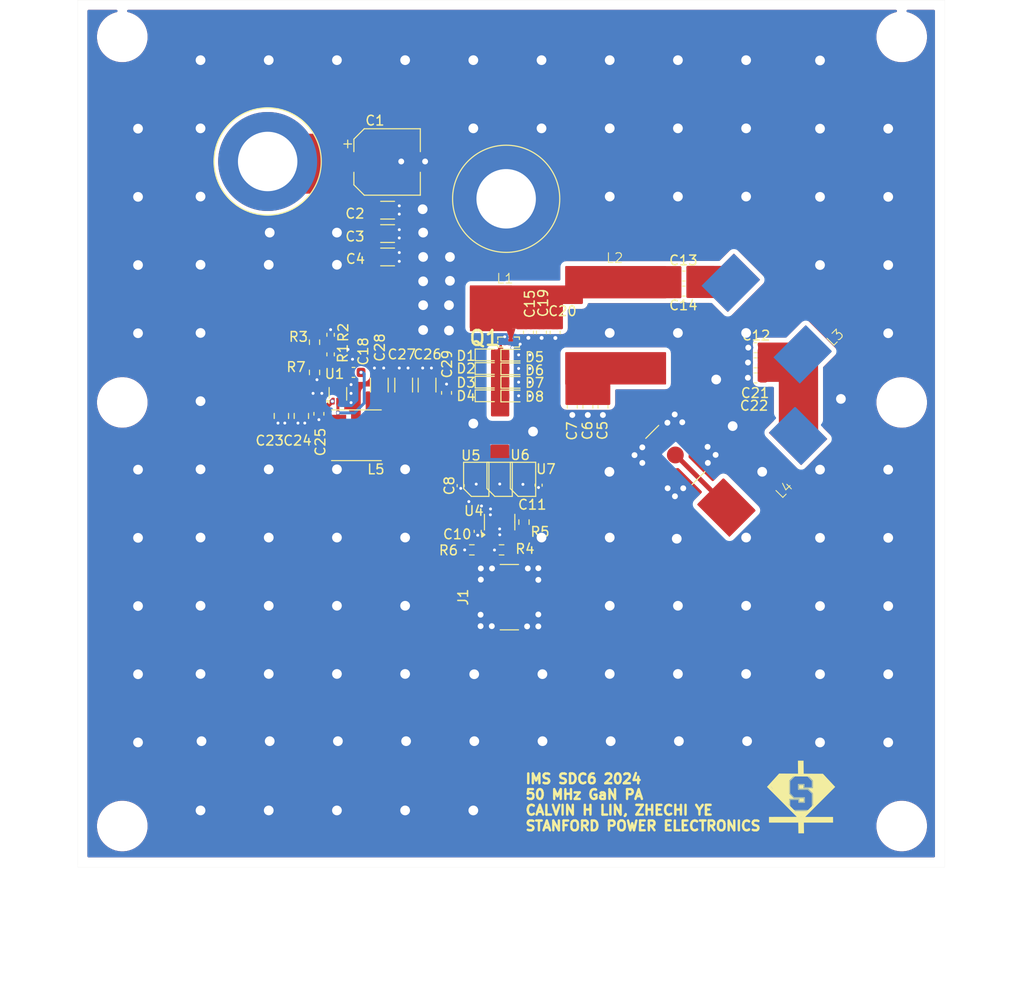
<source format=kicad_pcb>
(kicad_pcb (version 20240108) (generator "pcbnew") (generator_version "8.0")
  (layers (0 "F.Cu" signal) (31 "B.Cu" signal) (34 "B.Paste" user) (35 "F.Paste" user) (36 "B.SilkS" user "B.Silkscreen") (37 "F.SilkS" user "F.Silkscreen") (38 "B.Mask" user) (39 "F.Mask" user) (44 "Edge.Cuts" user))
  (net 0 "")
  (net 1 "GND")
  (net 2 "+12V")
  (net 3 "Net-(C5-Pad1)")
  (net 4 "+5V")
  (net 5 "Net-(C12-Pad1)")
  (net 6 "/D")
  (net 7 "Net-(C13-Pad2)")
  (net 8 "Net-(U1-BST)")
  (net 9 "Net-(U1-SW)")
  (net 10 "/RF_IN")
  (net 11 "/G")
  (net 12 "Net-(U1-EN)")
  (net 13 "Net-(U1-FB)")
  (net 14 "Net-(U4--IN)")
  (net 15 "/G1")
  (net 16 "/RF_OUT")
  (net 17 "Net-(U4-OUT)")
  (footprint "Coilcraft:L_Coilcraft_ZA9423" (layer "F.Cu") (at 36.97 31.64)
    (property "Reference" "L1")
    (property "Value" "25n")
  )
  (footprint "MountingHole:MountingHole_3.2mm_M3_DIN965" (layer "F.Cu") (at 4.59 84.78)
    (property "Reference" "REF**" (hide yes))
    (property "Value" "MountingHole_3.2mm_M3_DIN965")
  )
  (footprint "Capacitor_SMD:C_1206_3216Metric" (layer "F.Cu") (at 31.82 26.37)
    (property "Reference" "C4")
    (property "Value" "C_Small")
  )
  (footprint "Diode_SMD:D_SOD-523" (layer "F.Cu") (at 44.7125 40.64)
    (property "Reference" "D8")
    (property "Value" "SMS3922")
  )
  (footprint "Capacitor_SMD:C_1206_3216Metric" (layer "F.Cu") (at 31.82 21.57)
    (property "Reference" "C2")
    (property "Value" "C_Small")
  )
  (footprint "Connector_Coaxial:SMA_Amphenol_132134-10_Vertical" (layer "F.Cu") (at 61.355 46.695 135)
    (property "Reference" "J2" (hide yes))
    (property "Value" "RF_OUT")
  )
  (footprint "Package_TO_SOT_SMD:SOT-23-6" (layer "F.Cu") (at 43.32 53.585 90)
    (property "Reference" "U4")
    (property "Value" "TLV3501")
  )
  (footprint "Coilcraft:Coilcraft_1212VS" (layer "F.Cu") (at 55.23 33.38 -90)
    (property "Reference" "L2")
    (property "Value" "18n")
  )
  (footprint "Capacitor_SMD:C_0603_1608Metric" (layer "F.Cu") (at 47.61 34.11 -90)
    (property "Reference" "C19")
    (property "Value" "C")
  )
  (footprint "MountingHole:MountingHole_3.2mm_M3_DIN965" (layer "F.Cu") (at 84.59 84.78)
    (property "Reference" "REF**" (hide yes))
    (property "Value" "MountingHole_3.2mm_M3_DIN965")
  )
  (footprint "Coilcraft:Coilcraft_2014VS" (layer "F.Cu") (at 70.73 32.7 -45)
    (property "Reference" "L3")
    (property "Value" "81n")
  )
  (footprint "Capacitor_SMD:C_1206_3216Metric" (layer "F.Cu") (at 30.97 39.52 90)
    (property "Reference" "C28")
    (property "Value" "22u")
  )
  (footprint "Capacitor_SMD:C_0603_1608Metric" (layer "F.Cu") (at 49.02 34.11 -90)
    (property "Reference" "C20")
    (property "Value" "C")
  )
  (footprint "MountingHole:MountingHole_3.2mm_M3_DIN965" (layer "F.Cu") (at 4.59 3.78)
    (property "Reference" "REF**" (hide yes))
    (property "Value" "MountingHole_3.2mm_M3_DIN965")
  )
  (footprint "Connector:Banana_Jack_1Pin" (layer "F.Cu") (at 19.51 16.57)
    (property "Reference" "J5" (hide yes))
    (property "Value" "Conn_01x01_Pin" (hide yes))
  )
  (footprint "Resistor_SMD:R_0603_1608Metric" (layer "F.Cu") (at 24.32 38.22 -90)
    (property "Reference" "R7")
    (property "Value" "30k")
  )
  (footprint "MountingHole:MountingHole_3.2mm_M3_DIN965" (layer "F.Cu") (at 4.59 41.3)
    (property "Reference" "REF**" (hide yes))
    (property "Value" "MountingHole_3.2mm_M3_DIN965")
  )
  (footprint "Connector:Banana_Jack_1Pin" (layer "F.Cu") (at 43.99 20.4)
    (property "Reference" "J6" (hide yes))
    (property "Value" "Conn_01x01_Pin" (hide yes))
  )
  (footprint "Capacitor_SMD:C_0603_1608Metric" (layer "F.Cu") (at 69.59 35.685 180)
    (property "Reference" "C12")
    (property "Value" "C")
  )
  (footprint "Capacitor_SMD:C_1206_3216Metric" (layer "F.Cu") (at 35.87 39.52 90)
    (property "Reference" "C26")
    (property "Value" "22u")
  )
  (footprint "Capacitor_SMD:C_0603_1608Metric" (layer "F.Cu") (at 69.59 37.235 180)
    (property "Reference" "C21")
    (property "Value" "C")
  )
  (footprint "Capacitor_SMD:C_0805_2012Metric" (layer "F.Cu") (at 22.97 42.69 -90)
    (property "Reference" "C24")
    (property "Value" "10u")
  )
  (footprint "Capacitor_SMD:C_1206_3216Metric" (layer "F.Cu") (at 31.82 23.97)
    (property "Reference" "C3")
    (property "Value" "C_Small")
  )
  (footprint "pcbparts:nc7wz04_sc-88_SOIC-6" (layer "F.Cu") (at 40.92 49.195)
    (property "Reference" "U5")
    (property "Value" "NC7WZ16")
  )
  (footprint "EPC_FETs:D0221" (layer "F.Cu") (at 44.24 35.11)
    (property "Reference" "Q1")
    (property "Value" "EPC8010" (hide yes))
  )
  (footprint "Capacitor_SMD:C_0402_1005Metric" (layer "F.Cu") (at 41.07 54.535 -90)
    (property "Reference" "C10")
    (property "Value" "C_Small")
  )
  (footprint "Diode_SMD:D_SOD-523" (layer "F.Cu") (at 42.07 40.62)
    (property "Reference" "D4")
    (property "Value" "SMS3922")
  )
  (footprint "Diode_SMD:D_SOD-523" (layer "F.Cu") (at 42.07 39.22)
    (property "Reference" "D3")
    (property "Value" "SMS3922")
  )
  (footprint "Diode_SMD:D_SOD-523" (layer "F.Cu") (at 42.07 36.42)
    (property "Reference" "D1")
    (property "Value" "SMS3922")
  )
  (footprint "Diode_SMD:D_SOD-523" (layer "F.Cu") (at 44.7125 39.24)
    (property "Reference" "D7")
    (property "Value" "SMS3922")
  )
  (footprint "Capacitor_SMD:C_1206_3216Metric" (layer "F.Cu") (at 33.47 39.52 90)
    (property "Reference" "C27")
    (property "Value" "22u")
  )
  (footprint "Capacitor_SMD:C_0603_1608Metric" (layer "F.Cu") (at 46.28 34.11 -90)
    (property "Reference" "C15")
    (property "Value" "C")
  )
  (footprint "Logo:superlab_logo" (layer "F.Cu") (at 74.255 81.8)
    (property "Reference" "G***" (hide yes))
    (property "Value" "LOGO" (hide yes))
  )
  (footprint "Package_TO_SOT_SMD:SOT-563" (layer "F.Cu") (at 26.72 40.42 90)
    (property "Reference" "U1")
    (property "Value" "TPS563203")
  )
  (footprint "Diode_SMD:D_SOD-523" (layer "F.Cu") (at 42.07 37.82)
    (property "Reference" "D2")
    (property "Value" "SMS3922")
  )
  (footprint "Capacitor_SMD:C_0402_1005Metric" (layer "F.Cu") (at 39.32 49.845 90)
    (property "Reference" "C8")
    (property "Value" "C")
  )
  (footprint "Capacitor_SMD:C_0603_1608Metric" (layer "F.Cu") (at 50.78 41.755 -90)
    (property "Reference" "C7")
    (property "Value" "C")
  )
  (footprint "Capacitor_SMD:C_0603_1608Metric" (layer "F.Cu") (at 24.77 42.47 -90)
    (property "Reference" "C25")
    (property "Value" "100n")
  )
  (footprint "Resistor_SMD:R_0603_1608Metric" (layer "F.Cu") (at 40.47 56.435 180)
    (property "Reference" "R6")
    (property "Value" "SHORT")
  )
  (footprint "Diode_SMD:D_SOD-523" (layer "F.Cu") (at 44.71 36.45)
    (property "Reference" "D5")
    (property "Value" "SMS3922")
  )
  (footprint "MountingHole:MountingHole_3.2mm_M3_DIN965" (layer "F.Cu") (at 84.59 3.78)
    (property "Reference" "REF**" (hide yes))
    (property "Value" "MountingHole_3.2mm_M3_DIN965")
  )
  (footprint "Capacitor_SMD:C_0603_1608Metric" (layer "F.Cu") (at 53.93 41.755 -90)
    (property "Reference" "C5")
    (property "Value" "C")
  )
  (footprint "Resistor_SMD:R_0603_1608Metric" (layer "F.Cu") (at 24.32 35.12 -90)
    (property "Reference" "R3")
    (property "Value" "220k")
  )
  (footprint "Capacitor_SMD:C_0603_1608Metric" (layer "F.Cu") (at 62.23 28.33)
    (property "Reference" "C13")
    (property "Value" "C")
  )
  (footprint "MountingHole:MountingHole_3.2mm_M3_DIN965" (layer "F.Cu") (at 84.59 41.3)
    (property "Reference" "REF**" (hide yes))
    (property "Value" "MountingHole_3.2mm_M3_DIN965")
  )
  (footprint "Resistor_SMD:R_0603_1608Metric" (layer "F.Cu") (at 45.82 53.585 -90)
    (property "Reference" "R5")
    (property "Value" "OPEN")
  )
  (footprint "Connector_Coaxial:SMA_Amphenol_132134-10_Vertical" (layer "F.Cu") (at 44.32 61.29 90)
    (property "Reference" "J1")
    (property "Value" "RF_IN")
  )
  (footprint "Inductor_SMD:L_Taiyo-Yuden_MD-5050" (layer "F.Cu") (at 28.62 44.67)
    (property "Reference" "L5")
    (property "Value" "4.7u")
  )
  (footprint "Resistor_SMD:R_0603_1608Metric" (layer "F.Cu") (at 43.52 56.435)
    (property "Reference" "R4")
    (property "Value" "50")
  )
  (footprint "Capacitor_SMD:CP_Elec_6.3x7.7" (layer "F.Cu") (at 31.77 16.62)
    (property "Reference" "C1")
    (property "Value" "C_Small")
  )
  (footprint "Resistor_SMD:R_0402_1005Metric" (layer "F.Cu") (at 25.97 34.36 90)
    (property "Reference" "R2")
    (property "Value" "15k")
  )
  (footprint "Capacitor_SMD:C_0603_1608Metric" (layer "F.Cu") (at 37.87 40.32 90)
    (property "Reference" "C29")
    (property "Value" "100n")
  )
  (footprint "Coilcraft:Coilcraft_2014VS" (layer "F.Cu") (at 70.27 48.42 -135)
    (property "Reference" "L4")
    (property "Value" "133n")
  )
  (footprint "Diode_SMD:D_SOD-523" (layer "F.Cu") (at 44.7125 37.85)
    (property "Reference" "D6")
    (property "Value" "SMS3922")
  )
  (footprint "pcbparts:nc7wz04_sc-88_SOIC-6" (layer "F.Cu") (at 43.32 49.195)
    (property "Reference" "U6")
    (property "Value" "NC7WZ16")
  )
  (footprint "Capacitor_SMD:C_0603_1608Metric" (layer "F.Cu") (at 28.32 38.22 180)
    (property "Reference" "C18")
    (property "Value" "0.1u")
  )
  (footprint "Resistor_SMD:R_0402_1005Metric" (layer "F.Cu") (at 25.97 36.37 90)
    (property "Reference" "R1")
    (property "Value" "100k")
  )
  (footprint "Capacitor_SMD:C_0603_1608Metric" (layer "F.Cu") (at 62.23 29.88)
    (property "Reference" "C14")
    (property "Value" "C")
  )
  (footprint "Capacitor_SMD:C_0603_1608Metric" (layer "F.Cu") (at 52.38 41.755 -90)
    (property "Reference" "C6")
    (property "Value" "C")
  )
  (footprint "Capacitor_SMD:C_0402_1005Metric" (layer "F.Cu") (at 47.32 49.795 90)
    (property "Reference" "C11")
    (property "Value" "C")
  )
  (footprint "Capacitor_SMD:C_0805_2012Metric" (layer "F.Cu") (at 20.92 42.69 -90)
    (property "Reference" "C23")
    (property "Value" "10u")
  )
  (footprint "pcbparts:nc7wz04_sc-88_SOIC-6" (layer "F.Cu") (at 45.72 49.195)
    (property "Reference" "U7")
    (property "Value" "NC7WZ16")
  )
  (footprint "Capacitor_SMD:C_0603_1608Metric" (layer "F.Cu") (at 69.59 38.785 180)
    (property "Reference" "C22")
    (property "Value" "C")
  )
  (gr_rect (start 0.005 0) (end 89.005 89) (stroke (width 0.01)) (fill none) (layer "Edge.Cuts"))
  (gr_text "IMS SDC6 2024\n50 MHz GaN PA\nCALVIN H LIN, ZHECHI YE\nSTANFORD POWER ELECTRONICS" (at 45.855 85.35 0) (layer "F.SilkS") (effects (font (size 1 1) (thickness 0.25) (bold yes)) (justify left bottom)))
  (segment (start 26.95 40.34) (end 27.08 40.47) (width 0.25) (layer "F.Cu") (net 1))
  (segment (start 27.92 41.17) (end 28.07 41.32) (width 0.25) (layer "F.Cu") (net 1))
  (segment (start 45.05 35.31) (end 45.015 35.345) (width 0.2) (layer "F.Cu") (net 1))
  (segment (start 45.015 35.345) (end 44.49 35.345) (width 0.2) (layer "F.Cu") (net 1))
  (segment (start 43.84 34.56) (end 43.84 34.62) (width 0.2) (layer "F.Cu") (net 1))
  (segment (start 43.84 35.11) (end 43.84 34.56) (width 0.2) (layer "F.Cu") (net 1))
  (segment (start 27.22 41.17) (end 27.92 41.17) (width 0.25) (layer "F.Cu") (net 1))
  (segment (start 25.79 40.34) (end 26.95 40.34) (width 0.25) (layer "F.Cu") (net 1))
  (segment (start 44.04 35.31) (end 44.48 35.31) (width 0.2) (layer "F.Cu") (net 1))
  (segment (start 43.84 35.11) (end 44.04 35.31) (width 0.2) (layer "F.Cu") (net 1))
  (segment (start 45.04 34.91) (end 45.04 35.3) (width 0.2) (layer "F.Cu") (net 1))
  (segment (start 45.04 35.3) (end 45.05 35.31) (width 0.2) (layer "F.Cu") (net 1))
  (via (at 26.62 48.17) (size 1.5) (drill 1) (layers "F.Cu" "B.Cu") (net 1))
  (via (at 37.87 39.42) (size 0.6) (drill 0.3) (layers "F.Cu" "B.Cu") (net 1))
  (via (at 46.75 44.29) (size 1.5) (drill 1) (layers "F.Cu" "B.Cu") (net 1))
  (via (at 61.62 20.17) (size 1.5) (drill 1) (layers "F.Cu" "B.Cu") (net 1))
  (via (at 35.47 28.87) (size 1.5) (drill 1) (layers "F.Cu" "B.Cu") (net 1))
  (via (at 78.35 40.94) (size 1.5) (drill 1) (layers "F.Cu" "B.Cu") (net 1))
  (via (at 6.205 62.2) (size 1.5) (drill 1) (layers "F.Cu" "B.Cu") (net 1))
  (via (at 40.916409 49.686409) (size 0.4) (drill 0.3) (layers "F.Cu" "B.Cu") (net 1))
  (via (at 61.62 62.17) (size 1.5) (drill 1) (layers "F.Cu" "B.Cu") (net 1))
  (via (at 47.29 63.065) (size 1) (drill 0.6) (layers "F.Cu" "B.Cu") (net 1))
  (via (at 67.24 43.73) (size 1.5) (drill 1) (layers "F.Cu" "B.Cu") (net 1))
  (via (at 46.42 40.62) (size 0.4) (drill 0.3) (layers "F.Cu" "B.Cu") (net 1))
  (via (at 76.205 48.2) (size 1.5) (drill 1) (layers "F.Cu" "B.Cu") (net 1))
  (via (at 42.37 52.835) (size 0.4) (drill 0.3) (layers "F.Cu" "B.Cu") (net 1))
  (via (at 54.72 76.07) (size 1.5) (drill 1) (layers "F.Cu" "B.Cu") (net 1))
  (via (at 76.205 55.2) (size 1.5) (drill 1) (layers "F.Cu" "B.Cu") (net 1))
  (via (at 54.62 69.17) (size 1.5) (drill 1) (layers "F.Cu" "B.Cu") (net 1))
  (via (at 61.62 34.17) (size 1.5) (drill 1) (layers "F.Cu" "B.Cu") (net 1))
  (via (at 76.205 62.2) (size 1.5) (drill 1) (layers "F.Cu" "B.Cu") (net 1))
  (via (at 35.42 37.77) (size 0.6) (drill 0.3) (layers "F.Cu" "B.Cu") (net 1))
  (via (at 24.17 40.37) (size 0.6) (drill 0.3) (layers "F.Cu" "B.Cu") (net 1))
  (via (at 47.71 69.19) (size 1.5) (drill 1) (layers "F.Cu" "B.Cu") (net 1))
  (via (at 68.62 34.17) (size 1.5) (drill 1) (layers "F.Cu" "B.Cu") (net 1))
  (via (at 41.39 58.34) (size 1) (drill 0.6) (layers "F.Cu" "B.Cu") (net 1))
  (via (at 57.165 46.71) (size 1) (drill 0.6) (layers "F.Cu" "B.Cu") (net 1))
  (via (at 60.565 50.11) (size 1) (drill 0.6) (layers "F.Cu" "B.Cu") (net 1))
  (via (at 83.205 76.2) (size 1.5) (drill 1) (layers "F.Cu" "B.Cu") (net 1))
  (via (at 12.62 34.17) (size 1.5) (drill 1) (layers "F.Cu" "B.Cu") (net 1))
  (via (at 40.62 6.17) (size 1.5) (drill 1) (layers "F.Cu" "B.Cu") (net 1))
  (via (at 54.62 13.17) (size 1.5) (drill 1) (layers "F.Cu" "B.Cu") (net 1))
  (via (at 12.62 6.17) (size 1.5) (drill 1) (layers "F.Cu" "B.Cu") (net 1))
  (via (at 39.73 56.44) (size 0.6) (drill 0.3) (layers "F.Cu" "B.Cu") (net 1))
  (via (at 54.62 55.17) (size 1.5) (drill 1) (layers "F.Cu" "B.Cu") (net 1))
  (via (at 40.62 13.17) (size 1.5) (drill 1) (layers "F.Cu" "B.Cu") (net 1))
  (via (at 61.72 76.07) (size 1.5) (drill 1) (layers "F.Cu" "B.Cu") (net 1))
  (via (at 76.205 27.2) (size 1.5) (drill 1) (layers "F.Cu" "B.Cu") (net 1))
  (via (at 44.64 35.67) (size 0.4) (drill 0.3) (layers "F.Cu" "B.Cu") (net 1))
  (via (at 6.205 55.2) (size 1.5) (drill 1) (layers "F.Cu" "B.Cu") (net 1))
  (via (at 54.62 62.17) (size 1.5) (drill 1) (layers "F.Cu" "B.Cu") (net 1))
  (via (at 47.62 6.17) (size 1.5) (drill 1) (layers "F.Cu" "B.Cu") (net 1))
  (via (at 40.62 43.47) (size 1.5) (drill 1) (layers "F.Cu" "B.Cu") (net 1))
  (via (at 33.02 37.77) (size 0.6) (drill 0.3) (layers "F.Cu" "B.Cu") (net 1))
  (via (at 46.42 36.42) (size 0.4) (drill 0.3) (layers "F.Cu" "B.Cu") (net 1))
  (via (at 19.62 6.17) (size 1.5) (drill 1) (layers "F.Cu" "B.Cu") (net 1))
  (via (at 39.33 50.12) (size 0.4) (drill 0.3) (layers "F.Cu" "B.Cu") (net 1))
  (via (at 12.62 41.17) (size 1.5) (drill 1) (layers "F.Cu" "B.Cu") (net 1))
  (via (at 6.205 27.2) (size 1.5) (drill 1) (layers "F.Cu" "B.Cu") (net 1))
  (via (at 6.205 20.2) (size 1.5) (drill 1) (layers "F.Cu" "B.Cu") (net 1))
  (via (at 6.205 13.2) (size 1.5) (drill 1) (layers "F.Cu" "B.Cu") (net 1))
  (via (at 45.27 39.22) (size 0.4) (drill 0.3) (layers "F.Cu" "B.Cu") (net 1))
  (via (at 65.49 46.685) (size 1) (drill 0.6) (layers "F.Cu" "B.Cu") (net 1))
  (via (at 33.02 23.57) (size 0.6) (drill 0.3) (layers "F.Cu" "B.Cu") (net 1))
  (via (at 42.38379 52.235156) (size 0.4) (drill 0.3) (layers "F.Cu" "B.Cu") (net 1))
  (via (at 83.205 48.2) (size 1.5) (drill 1) (layers "F.Cu" "B.Cu") (net 1))
  (via (at 22.62 43.42) (size 0.6) (drill 0.3) (layers "F.Cu" "B.Cu") (net 1))
  (via (at 68.62 6.17) (size 1.5) (drill 1) (layers "F.Cu" "B.Cu") (net 1))
  (via (at 33.02 21.97) (size 0.6) (drill 0.3) (layers "F.Cu" "B.Cu") (net 1))
  (via (at 33.02 24.42) (size 0.6) (drill 0.3) (layers "F.Cu" "B.Cu") (net 1))
  (via (at 46.27 34.67) (size 0.8) (drill 0.4) (layers "F.Cu" "B.Cu") (net 1))
  (via (at 76.205 69.2) (size 1.5) (drill 1) (layers "F.Cu" "B.Cu") (net 1))
  (via (at 54.62 6.17) (size 1.5) (drill 1) (layers "F.Cu" "B.Cu") (net 1))
  (via (at 28.07 40.37) (size 0.6) (drill 0.3) (layers "F.Cu" "B.Cu") (net 1))
  (via (at 33.92 37.77) (size 0.6) (drill 0.3) (layers "F.Cu" "B.Cu") (net 1))
  (via (at 33.62 83.18) (size 1.5) (drill 1) (layers "F.Cu" "B.Cu") (net 1))
  (via (at 68.62 55.17) (size 1.5) (drill 1) (layers "F.Cu" "B.Cu") (net 1))
  (via (at 46.215 58.34) (size 1) (drill 0.6) (layers "F.Cu" "B.Cu") (net 1))
  (via (at 70.27 48.42) (size 1.5) (drill 1) (layers "F.Cu" "B.Cu") (net 1))
  (via (at 38.22 28.82) (size 1.5) (drill 1) (layers "F.Cu" "B.Cu") (net 1))
  (via (at 12.62 20.17) (size 1.5) (drill 1) (layers "F.Cu" "B.Cu") (net 1))
  (via (at 68.62 13.17) (size 1.5) (drill 1) (layers "F.Cu" "B.Cu") (net 1))
  (via (at 36.32 37.77) (size 0.6) (drill 0.3) (layers "F.Cu" "B.Cu") (net 1))
  (via (at 68.62 20.17) (size 1.5) (drill 1) (layers "F.Cu" "B.Cu") (net 1))
  (via (at 57.965 45.91) (size 1) (drill 0.6) (layers "F.Cu" "B.Cu") (net 1))
  (via (at 68.84 35.675) (size 1) (drill 0.6) (layers "F.Cu" "B.Cu") (net 1))
  (via (at 45.43 35.32) (size 0.4) (drill 0.3) (layers "F.Cu" "B.Cu") (net 1))
  (via (at 33.02 25.92) (size 0.6) (drill 0.3) (layers "F.Cu" "B.Cu") (net 1))
  (via (at 33.62 55.17) (size 1.5) (drill 1) (layers "F.Cu" "B.Cu") (net 1))
  (via (at 64.665 45.86) (size 1) (drill 0.6) (layers "F.Cu" "B.Cu") (net 1))
  (via (at 33.62 6.17) (size 1.5) (drill 1) (layers "F.Cu" "B.Cu") (net 1))
  (via (at 61.29 42.535) (size 1) (drill 0.6) (layers "F.Cu" "B.Cu") (net 1))
  (via (at 53.92 42.59) (size 1) (drill 0.6) (layers "F.Cu" "B.Cu") (net 1))
  (via (at 38.12 33.92) (size 1.5) (drill 1) (layers "F.Cu" "B.Cu") (net 1))
  (via (at 40.62 83.18) (size 1.5) (drill 1) (layers "F.Cu" "B.Cu") (net 1))
  (via (at 33.72 76.07) (size 1.5) (drill 1) (layers "F.Cu" "B.Cu") (net 1))
  (via (at 26.62 83.18) (size 1.5) (drill 1) (layers "F.Cu" "B.Cu") (net 1))
  (via (at 40.72 76.07) (size 1.5) (drill 1) (layers "F.Cu" "B.Cu") (net 1))
  (via (at 23.32 43.42) (size 0.6) (drill 0.3) (layers "F.Cu" "B.Cu") (net 1))
  (via (at 54.59 48.42) (size 1.5) (drill 1) (layers "F.Cu" "B.Cu") (net 1))
  (via (at 38.22 26.37) (size 1.5) (drill 1) (layers "F.Cu" "B.Cu") (net 1))
  (via (at 40.71 69.2) (size 1.5) (drill 1) (layers "F.Cu" "B.Cu") (net 1))
  (via (at 12.62 62.17) (size 1.5) (drill 1) (layers "F.Cu" "B.Cu") (net 1))
  (via (at 6.205 69.2) (size 1.5) (drill 1) (layers "F.Cu" "B.Cu") (net 1))
  (via (at 35.47 23.87) (size 1.5) (drill 1) (layers "F.Cu" "B.Cu") (net 1))
  (via (at 26.62 69.17) (size 1.5) (drill 1) (layers "F.Cu" "B.Cu") (net 1))
  (via (at 76.205 20.2) (size 1.5) (drill 1) (layers "F.Cu" "B.Cu") (net 1))
  (via (at 83.205 62.2) (size 1.5) (drill 1) (layers "F.Cu" "B.Cu") (net 1))
  (via (at 83.205 27.2) (size 1.5) (drill 1) (layers "F.Cu" "B.Cu") (net 1))
  (via (at 26.62 6.17) (size 1.5) (drill 1) (layers "F.Cu" "B.Cu") (net 1))
  (via (at 19.72 76.07) (size 1.5) (drill 1) (layers "F.Cu" "B.Cu") (net 1))
  (via (at 83.205 69.2) (size 1.5) (drill 1) (layers "F.Cu" "B.Cu") (net 1))
  (via (at 40.16 51.48) (size 0.4) (drill 0.3) (layers "F.Cu" "B.Cu") (net 1))
  (via (at 12.62 69.17) (size 1.5) (drill 1) (layers "F.Cu" "B.Cu") (net 1))
  (via (at 26.62 55.17) (size 1.5) (drill 1) (layers "F.Cu" "B.Cu") (net 1))
  (via (at 61.62 69.17) (size 1.5) (drill 1) (layers "F.Cu" "B.Cu") (net 1))
  (via (at 68.81 37.205) (size 1) (drill 0.6) (layers "F.Cu" "B.Cu") (net 1))
  (via (at 68.72 76.07) (size 1.5) (drill 1) (layers "F.Cu" "B.Cu") (net 1))
  (via (at 33.22 16.57) (size 1) (drill 0.6) (layers "F.Cu" "B.Cu") (net 1))
  (via (at 45.27 40.62) (size 0.4) (drill 0.3) (layers "F.Cu" "B.Cu") (net 1))
  (via (at 35.47 31.32) (size 1.5) (drill 1) (layers "F.Cu" "B.Cu") (net 1))
  (via (at 64.69 47.51) (size 1) (drill 0.6) (layers "F.Cu" "B.Cu") (net 1))
  (via (at 50.78 42.59) (size 1) (drill 0.6) (layers "F.Cu" "B.Cu") (net 1))
  (via (at 76.205 6.2) (size 1.5) (drill 1) (layers "F.Cu" "B.Cu") (net 1))
  (via (at 6.205 48.2) (size 1.5) (drill 1) (layers "F.Cu" "B.Cu") (net 1))
  (via (at 38.12 31.32) (size 1.5) (drill 1) (layers "F.Cu" "B.Cu") (net 1))
  (via (at 33.62 69.17) (size 1.5) (drill 1) (layers "F.Cu" "B.Cu") (net 1))
  (via (at 61.315 50.935) (size 1) (drill 0.6) (layers "F.Cu" "B.Cu") (net 1))
  (via (at 19.62 69.17) (size 1.5) (drill 1) (layers "F.Cu" "B.Cu") (net 1))
  (via (at 43.33348 54.884851) (size 0.4) (drill 0.3) (layers "F.Cu" "B.Cu") (net 1))
  (via (at 28.22 36.87) (size 0.6) (drill 0.3) (layers "F.Cu" "B.Cu") (net 1))
  (via (at 35.42 21.47) (size 1.5) (drill 1) (layers "F.Cu" "B.Cu") (net 1))
  (via (at 68.62 69.17) (size 1.5) (drill 1) (layers "F.Cu" "B.Cu") (net 1))
  (via (at 61.62 6.17) (size 1.5) (drill 1) (layers "F.Cu" "B.Cu") (net 1))
  (via (at 41.365 64.265) (size 1) (drill 0.6) (layers "F.Cu" "B.Cu") (net 1))
  (via (at 47.29 64.29) (size 1) (drill 0.6) (layers "F.Cu" "B.Cu") (net 1))
  (via (at 47.62 13.17) (size 1.5) (drill 1) (layers "F.Cu" "B.Cu") (net 1))
  (via (at 47.72 76.07) (size 1.5) (drill 1) (layers "F.Cu" "B.Cu") (net 1))
  (via (at 28.07 39.47) (size 0.6) (drill 0.3) (layers "F.Cu" "B.Cu") (net 1))
  (via (at 19.62 83.18) (size 1.5) (drill 1) (layers "F.Cu" "B.Cu") (net 1))
  (via (at 47.29 58.315) (size 1) (drill 0.6) (layers "F.Cu" "B.Cu") (net 1))
  (via (at 35.47 33.87) (size 1.5) (drill 1) (layers "F.Cu" "B.Cu") (net 1))
  (via (at 35.67 16.57) (size 1) (drill 0.6) (layers "F.Cu" "B.Cu") (net 1))
  (via (at 43.84 34.56) (size 0.4) (drill 0.3) (layers "F.Cu" "B.Cu") (net 1))
  (via (at 12.62 48.17) (size 1.5) (drill 1) (layers "F.Cu" "B.Cu") (net 1))
  (via (at 31.42 37.77) (size 0.6) (drill 0.3) (layers "F.Cu" "B.Cu") (net 1))
  (via (at 65.55 38.95) (size 1.5) (drill 1) (layers "F.Cu" "B.Cu") (net 1))
  (via (at 35.47 26.37) (size 1.5) (drill 1) (layers "F.Cu" "B.Cu") (net 1))
  (via (at 27.76 35.86) (size 0.6) (drill 0.3) (layers "F.Cu" "B.Cu") (net 1))
  (via (at 62.165 50.11) (size 1) (drill 0.6) (layers "F.Cu" "B.Cu") (net 1))
  (via (at 83.205 13.2) (size 1.5) (drill 1) (layers "F.Cu" "B.Cu") (net 1))
  (via (at 54.62 20.17) (size 1.5) (drill 1) (layers "F.Cu" "B.Cu") (net 1))
  (via (at 30.47 37.77) (size 0.6) (drill 0.3) (layers "F.Cu" "B.Cu") (net 1))
  (via (at 83.205 20.2) (size 1.5) (drill 1) (layers "F.Cu" "B.Cu") (net 1))
  (via (at 61.5 55.29) (size 1.5) (drill 1) (layers "F.Cu" "B.Cu") (net 1))
  (via (at 26.62 27.17) (size 1.5) (drill 1) (layers "F.Cu" "B.Cu") (net 1))
  (via (at 24.77 43.07) (size 0.6) (drill 0.3) (layers "F.Cu" "B.Cu") (net 1))
  (via (at 42.79 56.45) (size 0.6) (drill 0.3) (layers "F.Cu" "B.Cu") (net 1))
  (via (at 33.62 62.17) (size 1.5) (drill 1) (layers "F.Cu" "B.Cu") (net 1))
  (via (at 46.14 64.29) (size 1) (drill 0.6) (layers "F.Cu" "B.Cu") (net 1))
  (via (at 25.07 40.37) (size 0.6) (drill 0.3) (layers "F.Cu" "B.Cu") (net 1))
  (via (at 62.065 43.335) (size 1) (drill 0.6) (layers "F.Cu" "B.Cu") (net 1))
  (via (at 46.42 39.22) (size 0.4) (drill 0.3) (layers "F.Cu" "B.Cu") (net 1))
  (via (at 45.71 49.71) (size 0.4) (drill 0.3) (layers "F.Cu" "B.Cu") (net 1))
  (via (at 6.205 76.2) (size 1.5) (drill 1) (layers "F.Cu" "B.Cu") (net 1))
  (via (at 83.205 34.2) (size 1.5) (drill 1) (layers "F.Cu" "B.Cu") (net 1))
  (via (at 19.62 48.17) (size 1.5) (drill 1) (layers "F.Cu" "B.Cu") (net 1))
  (via (at 68.62 62.17) (size 1.5) (drill 1) (layers "F.Cu" "B.Cu") (net 1))
  (via (at 47.62 55.17) (size 1.5) (drill 1) (layers "F.Cu" "B.Cu") (net 1))
  (via (at 68.8 38.765) (size 1) (drill 0.6) (layers "F.Cu" "B.Cu") (net 1))
  (via (at 45.27 37.82) (size 0.4) (drill 0.3) (layers "F.Cu" "B.Cu") (net 1))
  (via (at 12.62 13.17) (size 1.5) (drill 1) (layers "F.Cu" "B.Cu") (net 1))
  (via (at 20.57 43.42) (size 0.6) (drill 0.3) (layers "F.Cu" "B.Cu") (net 1))
  (via (at 43.33 49.675) (size 0.4) (drill 0.3) (layers "F.Cu" "B.Cu") (net 1))
  (via (at 19.62 27.17) (size 1.5) (drill 1) (layers "F.Cu" "B.Cu") (net 1))
  (via (at 33.02 26.82) (size 0.6) (drill 0.3) (layers "F.Cu" "B.Cu") (net 1))
  (via (at 42.515 64.265) (size 1) (drill 0.6) (layers "F.Cu" "B.Cu") (net 1))
  (via (at 26.62 23.87) (size 1.5) (drill 1) (layers "F.Cu" "B.Cu") (net 1))
  (via (at 83.205 55.2) (size 1.5) (drill 1) (layers "F.Cu" "B.Cu") (net 1))
  (via (at 41.46 51.93) (size 0.4) (drill 0.3) (layers "F.Cu" "B.Cu") (net 1))
  (via (at 12.62 83.18) (size 1.5) (drill 1) (layers "F.Cu" "B.Cu") (net 1))
  (via (at 28.07 41.32) (size 0.6) (drill 0.3) (layers "F.Cu" "B.Cu") (net 1))
  (via (at 52.37 42.59) (size 1) (drill 0.6) (layers "F.Cu" "B.Cu") (net 1))
  (via (at 76.205 76.2) (size 1.5) (drill 1) (layers "F.Cu" "B.Cu") (net 1))
  (via (at 24.57 38.97) (size 0.4) (drill 0.3) (layers "F.Cu" "B.Cu") (net 1))
  (via (at 26.72 76.07) (size 1.5) (drill 1) (layers "F.Cu" "B.Cu") (net 1))
  (via (at 47.63 34.68) (size 0.8) (drill 0.4) (layers "F.Cu" "B.Cu") (net 1))
  (via (at 12.62 27.17) (size 1.5) (drill 1) (layers "F.Cu" "B.Cu") (net 1))
  (via (at 26.62 62.17) (size 1.5) (drill 1) (layers "F.Cu" "B.Cu") (net 1))
  (via (at 61.62 13.17) (size 1.5) (drill 1) (layers "F.Cu" "B.Cu") (net 1))
  (via (at 25.97 33.83) (size 0.6) (drill 0.3) (layers "F.Cu" "B.Cu") (net 1))
  (via (at 76.205 13.2) (size 1.5) (drill 1) (layers "F.Cu" "B.Cu") (net 1))
  (via (at 54.62 34.17) (size 1.5) (drill 1) (layers "F.Cu" "B.Cu") (net 1))
  (via (at 41.365 63.09) (size 1) (drill 0.6) (layers "F.Cu" "B.Cu") (net 1))
  (via (at 33.62 48.17) (size 1.5) (drill 1) (layers "F.Cu" "B.Cu") (net 1))
  (via (at 47.309513 50.035487) (size 0.4) (drill 0.3) (layers "F.Cu" "B.Cu") (net 1))
  (via (at 19.72 23.87) (size 1.5) (drill 1) (layers "F.Cu" "B.Cu") (net 1))
  (via (at 49.04 34.69) (size 0.8) (drill 0.4) (layers "F.Cu" "B.Cu") (net 1))
  (via (at 42.54 58.34) (size 1) (drill 0.6) (layers "F.Cu" "B.Cu") (net 1))
  (via (at 12.72 76.07) (size 1.5) (drill 1) (layers "F.Cu" "B.Cu") (net 1))
  (via (at 21.27 43.42) (size 0.6) (drill 0.3) (layers "F.Cu" "B.Cu") (net 1))
  (via (at 47.29 59.515) (size 1) (drill 0.6) (layers "F.Cu" "B.Cu") (net 1))
  (via (at 19.62 55.17) (size 1.5) (drill 1) (layers "F.Cu" "B.Cu") (net 1))
  (via (at 57.965 47.51) (size 1) (drill 0.6) (layers "F.Cu" "B.Cu") (net 1))
  (via (at 6.205 34.2) (size 1.5) (drill 1) (layers "F.Cu" "B.Cu") (net 1))
  (via (at 60.54 43.385) (size 1) (drill 0.6) (layers "F.Cu" "B.Cu") (net 1))
  (via (at 12.62 55.17) (size 1.5) (drill 1) (layers "F.Cu" "B.Cu") (net 1))
  (via (at 43.32 54.285) (size 0.4) (drill 0.3) (layers "F.Cu" "B.Cu") (net 1))
  (via (at 33.02 21.12) (size 0.6) (drill 0.3) (layers "F.Cu" "B.Cu") (net 1))
  (via (at 46.42 37.82) (size 0.4) (drill 0.3) (layers "F.Cu" "B.Cu") (net 1))
  (via (at 19.62 62.17) (size 1.5) (drill 1) (layers "F.Cu" "B.Cu") (net 1))
  (via (at 41.07 54.935) (size 0.4) (drill 0.3) (layers "F.Cu" "B.Cu") (net 1))
  (via (at 45.27 36.42) (size 0.4) (drill 0.3) (layers "F.Cu" "B.Cu") (net 1))
  (via (at 41.39 59.49) (size 1) (drill 0.6) (layers "F.Cu" "B.Cu") (net 1))
  (segment (start 24.77 41.695) (end 25.605 41.695) (width 0.5) (layer "F.Cu") (net 2))
  (segment (start 25.97 36.88) (end 25.145 36.055) (width 0.25) (layer "F.Cu") (net 2))
  (segment (start 31.645 30.885) (end 31.51 31.02) (width 1.5) (layer "F.Cu") (net 2))
  (segment (start 24.78 35.15) (end 23.45 35.15) (width 0.25) (layer "F.Cu") (net 2))
  (segment (start 25.145 36.055) (end 25.145 35.515) (width 0.25) (layer "F.Cu") (net 2))
  (segment (start 25.605 41.695) (end 26.12 41.18) (width 0.5) (layer "F.Cu") (net 2))
  (segment (start 25.145 35.515) (end 24.78 35.15) (width 0.25) (layer "F.Cu") (net 2))
  (via (at 26.15 41.18) (size 0.4) (drill 0.3) (layers "F.Cu" "B.Cu") (net 2))
  (segment (start 44.5825 52.76) (end 44.27 52.4475) (width 0.3) (layer "F.Cu") (net 4))
  (segment (start 37.82 46.37) (end 37.82 43.62) (width 1) (layer "F.Cu") (net 4))
  (segment (start 45.94 49.125) (end 43.1 49.125) (width 0.3) (layer "F.Cu") (net 4))
  (segment (start 40.46 49.365) (end 40.7 49.125) (width 0.3) (layer "F.Cu") (net 4))
  (segment (start 47.32 47.596472) (end 47.32 49.315) (width 0.5) (layer "F.Cu") (net 4))
  (segment (start 47.508266 49.315) (end 47.32 49.315) (width 0.5) (layer "F.Cu") (net 4))
  (segment (start 38.72 40.245) (end 37.87 41.095) (width 0.3) (layer "F.Cu") (net 4))
  (segment (start 48.08 49.886734) (end 47.508266 49.315) (width 0.5) (layer "F.Cu") (net 4))
  (segment (start 37.82 48.27) (end 37.82 50.8) (width 1) (layer "F.Cu") (net 4))
  (segment (start 24.57 33.995) (end 25.485 33.08) (width 0.3) (layer "F.Cu") (net 4))
  (segment (start 47.32 49.315) (end 46.13 49.315) (width 0.3) (layer "F.Cu") (net 4))
  (segment (start 45.82 52.76) (end 44.5825 52.76) (width 0.3) (layer "F.Cu") (net 4))
  (segment (start 45.84 52.77) (end 45.973266 52.77) (width 0.5) (layer "F.Cu") (net 4))
  (segment (start 37.82 43.62) (end 38 43.62) (width 1) (layer "F.Cu") (net 4))
  (segment (start 37.82 48.27) (end 37.82 46.37) (width 1) (layer "F.Cu") (net 4))
  (segment (start 45.72 48.905) (end 45.72 48.275) (width 0.3) (layer "F.Cu") (net 4))
  (segment (start 37.82 41.145) (end 37.82 43.52) (width 1) (layer "F.Cu") (net 4))
  (segment (start 39.31 44.93) (end 45.33939 44.93) (width 1) (layer "F.Cu") (net 4))
  (segment (start 38.72 39.064544) (end 38.72 40.245) (width 0.3) (layer "F.Cu") (net 4))
  (segment (start 40.7 49.125) (end 40.92 48.905) (width 0.3) (layer "F.Cu") (net 4))
  (segment (start 43.32 48.905) (end 43.1 49.125) (width 0.3) (layer "F.Cu") (net 4))
  (segment (start 39.32 49.365) (end 40.46 49.365) (width 0.3) (layer "F.Cu") (net 4))
  (segment (start 47.55 47.14061) (end 47.55 49.08) (width 1) (layer "F.Cu") (net 4))
  (segment (start 40.92 48.905) (end 40.92 48.275) (width 0.3) (layer "F.Cu") (net 4))
  (segment (start 36.775456 37.12) (end 38.72 39.064544) (width 0.3) (layer "F.Cu") (net 4))
  (segment (start 46.13 49.315) (end 45.94 49.125) (width 0.3) (layer "F.Cu") (net 4))
  (segment (start 45.33939 44.93) (end 47.55 47.14061) (width 1) (layer "F.Cu") (net 4))
  (segment (start 31.05 37.12) (end 36.775456 37.12) (width 0.3) (layer "F.Cu") (net 4))
  (segment (start 45.94 49.125) (end 45.72 48.905) (width 0.3) (layer "F.Cu") (net 4))
  (segment (start 38 43.62) (end 39.31 44.93) (width 1) (layer "F.Cu") (net 4))
  (segment (start 38.915 49.365) (end 37.82 48.27) (width 0.5) (layer "F.Cu") (net 4))
  (segment (start 43.32 48.275) (end 43.32 48.905) (width 0.3) (layer "F.Cu") (net 4))
  (segment (start 39.32 49.365) (end 38.915 49.365) (width 0.5) (layer "F.Cu") (net 4))
  (segment (start 25.485 33.08) (end 27.01 33.08) (width 0.3) (layer "F.Cu") (net 4))
  (segment (start 37.87 41.095) (end 37.82 41.145) (width 1) (layer "F.Cu") (net 4))
  (segment (start 27.01 33.08) (end 31.05 37.12) (width 0.3) (layer "F.Cu") (net 4))
  (segment (start 24.57 34.395) (end 24.57 33.995) (width 0.3) (layer "F.Cu") (net 4))
  (segment (start 45.973266 52.77) (end 48.08 50.663266) (width 0.5) (layer "F.Cu") (net 4))
  (segment (start 37.82 50.8) (end 40.96 53.94) (width 1) (layer "F.Cu") (net 4))
  (segment (start 43.1 49.125) (end 40.7 49.125) (width 0.3) (layer "F.Cu") (net 4))
  (segment (start 48.08 50.663266) (end 48.08 49.886734) (width 0.5) (layer "F.Cu") (net 4))
  (segment (start 42.41 31.11) (end 43.43 32.13) (width 0.5) (layer "F.Cu") (net 6))
  (segment (start 43.545 33.295) (end 43.57 33.27) (width 0.2) (layer "F.Cu") (net 6))
  (segment (start 43.51 33.26) (end 43.53 33.24) (width 0.2) (layer "F.Cu") (net 6))
  (segment (start 43.545 33.165) (end 43.55 33.16) (width 0.2) (layer "F.Cu") (net 6))
  (segment (start 27.22 39.67) (end 27.22 38.345) (width 0.3) (layer "F.Cu") (net 8))
  (segment (start 27.22 38.345) (end 27.295 38.27) (width 0.3) (layer "F.Cu") (net 8))
  (segment (start 26.72 41.17) (end 26.72 42.37) (width 0.3) (layer "F.Cu") (net 9))
  (segment (start 26.72 42.37) (end 26.72 44.57) (width 0.3) (layer "F.Cu") (net 9))
  (segment (start 26.72 44.57) (end 26.82 44.67) (width 0.3) (layer "F.Cu") (net 9))
  (via (at 29.095 38.22) (size 0.4) (drill 0.3) (layers "F.Cu" "B.Cu") (net 9))
  (via (at 26.72 42.37) (size 0.4) (drill 0.3) (layers "F.Cu" "B.Cu") (net 9))
  (segment (start 29.42 41.37) (end 29.42 38.37) (width 0.3) (layer "B.Cu") (net 9))
  (segment (start 29.42 38.37) (end 29.27 38.22) (width 0.3) (layer "B.Cu") (net 9))
  (segment (start 29.27 38.22) (end 29.095 38.22) (width 0.3) (layer "B.Cu") (net 9))
  (segment (start 28.42 42.37) (end 29.42 41.37) (width 0.3) (layer "B.Cu") (net 9))
  (segment (start 26.72 42.37) (end 28.42 42.37) (width 0.3) (layer "B.Cu") (net 9))
  (segment (start 44.345 56.435) (end 44.345 56.71) (width 0.3) (layer "F.Cu") (net 10))
  (segment (start 44.32 56.735) (end 44.32 61.31) (width 0.3) (layer "F.Cu") (net 10))
  (segment (start 44.345 54.7975) (end 44.27 54.7225) (width 0.3) (layer "F.Cu") (net 10))
  (segment (start 44.345 56.71) (end 44.32 56.735) (width 0.3) (layer "F.Cu") (net 10))
  (segment (start 44.345 56.435) (end 44.345 54.7975) (width 0.3) (layer "F.Cu") (net 10))
  (segment (start 26.72 36.02) (end 25.97 35.27) (width 0.3) (layer "F.Cu") (net 12))
  (segment (start 25.97 35.86) (end 25.97 35.27) (width 0.5) (layer "F.Cu") (net 12))
  (segment (start 26.72 39.67) (end 26.72 36.02) (width 0.3) (layer "F.Cu") (net 12))
  (segment (start 25.97 35.27) (end 25.97 34.87) (width 0.5) (layer "F.Cu") (net 12))
  (segment (start 26.22 39.145) (end 24.57 37.495) (width 0.3) (layer "F.Cu") (net 13))
  (segment (start 26.22 39.67) (end 26.22 39.145) (width 0.3) (layer "F.Cu") (net 13))
  (segment (start 24.57 36.045) (end 24.57 37.495) (width 0.5) (layer "F.Cu") (net 13))
  (segment (start 41.295 55.7975) (end 42.37 54.7225) (width 0.3) (layer "F.Cu") (net 14))
  (segment (start 42.37 54.7225) (end 42.37 54.060001) (width 0.2) (layer "F.Cu") (net 14))
  (segment (start 42.37 54.060001) (end 42.670001 53.76) (width 0.2) (layer "F.Cu") (net 14))
  (segment (start 45.17 53.76) (end 45.82 54.41) (width 0.2) (layer "F.Cu") (net 14))
  (segment (start 41.295 56.435) (end 41.295 55.7975) (width 0.3) (layer "F.Cu") (net 14))
  (segment (start 42.670001 53.76) (end 45.17 53.76) (width 0.2) (layer "F.Cu") (net 14))
  (segment (start 44.52 46.895) (end 45.77 46.895) (width 0.3) (layer "F.Cu") (net 15))
  (segment (start 40.27 48.275) (end 40.27 47.645) (width 0.3) (layer "F.Cu") (net 15))
  (segment (start 42.67 48.275) (end 42.67 47.295) (width 0.3) (layer "F.Cu") (net 15))
  (segment (start 42.67 47.295) (end 43.07 46.895) (width 0.3) (layer "F.Cu") (net 15))
  (segment (start 40.27 47.645) (end 41.02 46.895) (width 0.3) (layer "F.Cu") (net 15))
  (segment (start 41.02 46.895) (end 42.32 46.895) (width 0.3) (layer "F.Cu") (net 15))
  (segment (start 46.37 47.495) (end 46.37 48.275) (width 0.3) (layer "F.Cu") (net 15))
  (segment (start 42.32 46.895) (end 43.07 46.895) (width 0.3) (layer "F.Cu") (net 15))
  (segment (start 45.77 46.895) (end 46.37 47.495) (width 0.3) (layer "F.Cu") (net 15))
  (segment (start 45.07 48.275) (end 45.07 47.445) (width 0.3) (layer "F.Cu") (net 15))
  (segment (start 43.97 48.275) (end 43.97 47.295) (width 0.3) (layer "F.Cu") (net 15))
  (segment (start 43.07 46.895) (end 43.57 46.895) (width 0.3) (layer "F.Cu") (net 15))
  (segment (start 41.57 47.645) (end 42.32 46.895) (width 0.3) (layer "F.Cu") (net 15))
  (segment (start 45.07 47.445) (end 44.52 46.895) (width 0.3) (layer "F.Cu") (net 15))
  (segment (start 43.97 47.295) (end 43.57 46.895) (width 0.3) (layer "F.Cu") (net 15))
  (segment (start 43.57 46.895) (end 44.52 46.895) (width 0.3) (layer "F.Cu") (net 15))
  (segment (start 41.57 48.275) (end 41.57 47.645) (width 0.3) (layer "F.Cu") (net 15))
  (segment (start 66.57 51.87) (end 66.57 52.01) (width 0.5) (layer "F.Cu") (net 16))
  (segment (start 61.44 46.74) (end 66.57 51.87) (width 0.5) (layer "F.Cu") (net 16))
  (segment (start 61.44 46.62) (end 61.44 46.74) (width 0.5) (layer "F.Cu") (net 16))
  (segment (start 61.435 46.605) (end 61.435 46.645) (width 0.5) (layer "F.Cu") (net 16))
  (segment (start 43.97 50.745) (end 43.62 51.095) (width 0.3) (layer "F.Cu") (net 17))
  (segment (start 40.62 51.095) (end 42.07 51.095) (width 0.3) (layer "F.Cu") (net 17))
  (segment (start 43.29 51.115) (end 43.29 52.57) (width 0.3) (layer "F.Cu") (net 17))
  (segment (start 41.57 50.115) (end 41.57 50.795) (width 0.3) (layer "F.Cu") (net 17))
  (segment (start 41.87 51.095) (end 42.07 51.095) (width 0.3) (layer "F.Cu") (net 17))
  (segment (start 42.615 51.095) (end 42.615 50.17) (width 0.3) (layer "F.Cu") (net 17))
  (segment (start 43.62 51.095) (end 42.715 51.095) (width 0.3) (layer "F.Cu") (net 17))
  (segment (start 45.07 50.695) (end 45.07 50.115) (width 0.3) (layer "F.Cu") (net 17))
  (segment (start 44.47 51.095) (end 45.82 51.095) (width 0.3) (layer "F.Cu") (net 17))
  (segment (start 43.62 51.095) (end 44.47 51.095) (width 0.3) (layer "F.Cu") (net 17))
  (segment (start 40.27 50.115) (end 40.27 50.745) (width 0.3) (layer "F.Cu") (net 17))
  (segment (start 44.47 51.095) (end 44.67 51.095) (width 0.3) (layer "F.Cu") (net 17))
  (segment (start 45.82 51.095) (end 46.37 50.545) (width 0.3) (layer "F.Cu") (net 17))
  (segment (start 43.27 51.095) (end 43.29 51.115) (width 0.3) (layer "F.Cu") (net 17))
  (segment (start 46.37 50.545) (end 46.37 50.115) (width 0.3) (layer "F.Cu") (net 17))
  (segment (start 40.27 50.745) (end 40.62 51.095) (width 0.3) (layer "F.Cu") (net 17))
  (segment (start 42.07 51.095) (end 42.615 51.095) (width 0.3) (layer "F.Cu") (net 17))
  (segment (start 41.57 50.795) (end 41.87 51.095) (width 0.3) (layer "F.Cu") (net 17))
  (segment (start 44.67 51.095) (end 45.07 50.695) (width 0.3) (layer "F.Cu") (net 17))
  (segment (start 42.615 50.17) (end 42.67 50.115) (width 0.3) (layer "F.Cu") (net 17))
  (segment (start 43.97 50.115) (end 43.97 50.745) (width 0.3) (layer "F.Cu") (net 17))
  (zone (net 4) (net_name "+5V") (layer "F.Cu") (priority 1) (connect_pads yes (clearance 0.1)) (min_thickness 0.25) (fill yes (thermal_gap 0.5) (thermal_bridge_width 0.5))
    (polygon (pts (xy 31.37 42.41) (xy 31.37 46.79) (xy 29.57 46.8) (xy 29.57 42.42)))
  )
  (zone (net 6) (net_name "/D") (layer "F.Cu") (priority 1) (connect_pads yes (clearance 0.1)) (min_thickness 0.05) (fill yes (thermal_gap 0.5) (thermal_bridge_width 0.5))
    (polygon (pts (xy 44.31 34.88) (xy 43.97 33.62) (xy 44.98 33.62) (xy 44.59 34.88)))
  )
  (zone (net 1) (net_name "GND") (layer "F.Cu") (connect_pads yes (clearance 0.1)) (min_thickness 0.25) (fill yes (thermal_gap 0.5) (thermal_bridge_width 0.5))
    (polygon (pts (xy 44.82 41.47) (xy 44.82 35.67) (xy 46.07 35.67) (xy 46.07 41.47)))
  )
  (zone (net 2) (net_name "+12V") (layer "F.Cu") (priority 1) (connect_pads yes (clearance 0.1)) (min_thickness 0.25) (fill yes (thermal_gap 0.5) (thermal_bridge_width 0.5))
    (polygon (pts (xy 28.44 33.37) (xy 28.44 17.27) (xy 30.97 17.27) (xy 30.97 33.37)))
  )
  (zone (net 15) (net_name "/G1") (layer "F.Cu") (priority 1) (connect_pads yes (clearance 0.1)) (min_thickness 0.25) (fill yes (thermal_gap 0.5) (thermal_bridge_width 0.5))
    (polygon (pts (xy 42.38 47.005) (xy 42.38 45.605) (xy 44.31 45.605) (xy 44.31 47.005)))
  )
  (zone (net 11) (net_name "/G") (layer "F.Cu") (priority 7) (connect_pads yes (clearance 0)) (min_thickness 0.25) (fill yes (thermal_gap 0.5) (thermal_bridge_width 0.5))
    (polygon (pts (xy 43.37 35.35) (xy 43.05 35.95) (xy 43.78 35.95) (xy 43.5 35.35)))
  )
  (zone (net 1) (net_name "GND") (layer "F.Cu") (connect_pads yes (clearance 0.5)) (min_thickness 0.25) (fill yes (thermal_gap 0.5) (thermal_bridge_width 0.5))
    (polygon (pts (xy 0.005 0) (xy 89.005 0) (xy 89.005 89) (xy 0.005 89)))
  )
  (zone (net 4) (net_name "+5V") (layer "F.Cu") (connect_pads yes (clearance 0.1)) (min_thickness 0.25) (fill yes (thermal_gap 0.5) (thermal_bridge_width 0.5))
    (polygon (pts (xy 40.77 41.47) (xy 40.77 35.67) (xy 41.87 35.67) (xy 41.87 41.47)))
  )
  (zone (net 2) (net_name "+12V") (layer "F.Cu") (priority 1) (connect_pads yes (clearance 0.1)) (min_thickness 0.25) (fill yes (thermal_gap 0.5) (thermal_bridge_width 0.5))
    (polygon (pts (xy 30.97 33.37) (xy 18.97 33.37) (xy 18.97 28.47) (xy 30.97 28.47)))
  )
  (zone (net 4) (net_name "+5V") (layer "F.Cu") (connect_pads yes (clearance 0.1)) (min_thickness 0.25) (fill yes (thermal_gap 0.5) (thermal_bridge_width 0.5))
    (polygon (pts (xy 41.87 42.07) (xy 36.07 42.07) (xy 36.07 40.17) (xy 41.87 40.17)))
  )
  (zone (net 2) (net_name "+12V") (layer "F.Cu") (priority 1) (connect_pads yes (clearance 0.1)) (min_thickness 0.25) (fill yes (thermal_gap 0.5) (thermal_bridge_width 0.5))
    (polygon (pts (xy 20.62 13.72) (xy 30.97 13.72) (xy 30.97 19.87) (xy 20.62 19.87)))
  )
  (zone (net 2) (net_name "+12V") (layer "F.Cu") (priority 1) (connect_pads yes (clearance 0.1)) (min_thickness 0.25) (fill yes (thermal_gap 0.5) (thermal_bridge_width 0.5))
    (polygon (pts (xy 23.63 28.47) (xy 23.63 42.49) (xy 18.96 42.49) (xy 18.95 28.47)))
  )
  (zone (net 4) (net_name "+5V") (layer "F.Cu") (priority 1) (connect_pads yes (clearance 0.1)) (min_thickness 0.25) (fill yes (thermal_gap 0.5) (thermal_bridge_width 0.5))
    (polygon (pts (xy 38.42 42.92) (xy 29.57 42.92) (xy 29.57 40.17) (xy 38.42 40.17)))
  )
  (zone (net 2) (net_name "+12V") (layer "F.Cu") (priority 2) (connect_pads yes (clearance 0)) (min_thickness 0.25) (fill yes (thermal_gap 0.5) (thermal_bridge_width 0.5))
    (polygon (pts (xy 23.42 40.97) (xy 25.47 40.97) (xy 25.47 42.52) (xy 23.42 42.52)))
  )
  (zone (net 6) (net_name "/D") (layers "F&B.Cu") (priority 3) (connect_pads yes (clearance 0.5)) (min_thickness 0.25) (fill yes (thermal_gap 0.5) (thermal_bridge_width 0.5))
    (polygon (pts (xy 44.07 29.3) (xy 51.87 29.3) (xy 51.87 31.2) (xy 44.07 31.2)))
  )
  (zone (net 7) (net_name "Net-(C13-Pad2)") (layers "F&B.Cu") (priority 3) (connect_pads yes (clearance 0.5)) (min_thickness 0.25) (fill yes (thermal_gap 0.5) (thermal_bridge_width 0.5))
    (polygon (pts (xy 62.455 27.28) (xy 67.555 27.29) (xy 67.555 30.59) (xy 62.455 30.58)))
  )
  (zone (net 5) (net_name "Net-(C12-Pad1)") (layers "F&B.Cu") (priority 4) (connect_pads yes (clearance 0.5)) (min_thickness 0.25) (fill yes (thermal_gap 0.5) (thermal_bridge_width 0.5))
    (polygon (pts (xy 69.805 35.155) (xy 74.31 35.155) (xy 74.31 39.19) (xy 69.805 39.19)))
  )
  (zone (net 5) (net_name "Net-(C12-Pad1)") (layers "F&B.Cu") (priority 4) (connect_pads yes (clearance 0.5)) (min_thickness 0.25) (fill yes (thermal_gap 0.5) (thermal_bridge_width 0.5))
    (polygon (pts (xy 71.98 45.195) (xy 71.97 35.99) (xy 76.005 35.99) (xy 76.015 45.195)))
  )
  (zone (net 16) (net_name "/RF_OUT") (layers "F&B.Cu") (priority 6) (connect_pads yes (clearance 0.5)) (min_thickness 0.25) (fill yes (thermal_gap 0.5) (thermal_bridge_width 0.5))
    (polygon (pts (xy 63.59 51.75) (xy 66.29 49.05) (xy 69.615 52.375) (xy 66.915 55.075)))
  )
  (zone (net 7) (net_name "Net-(C13-Pad2)") (layers "F&B.Cu") (priority 4) (connect_pads yes (clearance 0.5)) (min_thickness 0.25) (fill yes (thermal_gap 0.5) (thermal_bridge_width 0.5))
    (polygon (pts (xy 76.96 45.05) (xy 74.27 47.75) (xy 70.95 44.405) (xy 73.64 41.72)))
  )
  (zone (net 6) (net_name "/D") (layers "F&B.Cu") (priority 3) (connect_pads yes (clearance 0.5)) (min_thickness 0.25) (fill yes (thermal_gap 0.5) (thermal_bridge_width 0.5))
    (polygon (pts (xy 45.015 30.235) (xy 49.81 30.24) (xy 49.82 33.79) (xy 45.025 33.795)))
  )
  (zone (net 3) (net_name "Net-(C5-Pad1)") (layers "F&B.Cu") (priority 4) (connect_pads yes (clearance 0.5)) (min_thickness 0.25) (fill yes (thermal_gap 0.5) (thermal_bridge_width 0.5))
    (polygon (pts (xy 50.06 36.15) (xy 60.4 36.15) (xy 60.4 39.45) (xy 50.06 39.45)))
  )
  (zone (net 3) (net_name "Net-(C5-Pad1)") (layers "F&B.Cu") (priority 4) (connect_pads yes (clearance 0.5)) (min_thickness 0.25) (fill yes (thermal_gap 0.5) (thermal_bridge_width 0.5))
    (polygon (pts (xy 50.07 38.99) (xy 54.68 38.99) (xy 54.68 41.56) (xy 50.07 41.56)))
  )
  (zone (net 6) (net_name "/D") (layers "F&B.Cu") (priority 3) (connect_pads yes (clearance 0.5)) (min_thickness 0.25) (fill yes (thermal_gap 0.5) (thermal_bridge_width 0.5))
    (polygon (pts (xy 50.055 27.305) (xy 61.98 27.305) (xy 61.98 30.605) (xy 50.055 30.605)))
  )
  (zone (net 11) (net_name "/G") (layers "F&B.Cu") (priority 8) (connect_pads yes (clearance 0.1)) (min_thickness 0.25) (fill yes (thermal_gap 0.5) (thermal_bridge_width 0.5))
    (polygon (pts (xy 42.43 35.86) (xy 44.31 35.86) (xy 44.31 42.74) (xy 42.43 42.74)))
  )
  (zone (net 6) (net_name "/D") (layers "F&B.Cu") (priority 3) (connect_pads yes (clearance 0.3)) (min_thickness 0.25) (fill yes (thermal_gap 0.5) (thermal_bridge_width 0.5))
    (polygon (pts (xy 40.25 33.73) (xy 40.26 29.31) (xy 45.16 29.31) (xy 45.14 33.73)))
  )
  (zone (net 0) (net_name "") (layer "B.Cu") (connect_pads yes (clearance 0)) (min_thickness 0.05)
    (keepout (tracks allowed) (vias allowed) (pads allowed) (copperpour not_allowed) (footprints allowed))
    (fill (thermal_gap 0.5) (thermal_bridge_width 0.5))
    (polygon (pts (xy 44.28 34.78) (xy 44.07 33.99) (xy 44.86 33.99) (xy 44.62 34.78)))
  )
  (zone (net 0) (net_name "") (layer "B.Cu") (connect_pads yes (clearance 0)) (min_thickness 0.25)
    (keepout (tracks allowed) (vias allowed) (pads allowed) (copperpour not_allowed) (footprints allowed))
    (fill (thermal_gap 0.5) (thermal_bridge_width 0.5))
    (polygon (pts (xy 59.955372 46.614838) (xy 64.325372 51.094838) (xy 65.775372 49.744838) (xy 61.405372 45.314838)))
  )
  (zone (net 5) (net_name "Net-(C12-Pad1)") (layer "B.Cu") (priority 5) (connect_pads yes (clearance 0.5)) (min_thickness 0.25) (fill yes (thermal_gap 0.5) (thermal_bridge_width 0.5))
    (polygon (pts (xy 71.425 36.675) (xy 74.745 33.355) (xy 77.445 36.055) (xy 74.125 39.375)))
  )
  (zone (net 7) (net_name "Net-(C13-Pad2)") (layer "B.Cu") (priority 5) (connect_pads yes (clearance 0.5)) (min_thickness 0.25) (fill yes (thermal_gap 0.5) (thermal_bridge_width 0.5))
    (polygon (pts (xy 64.04 29.33) (xy 67.36 26.01) (xy 70.06 28.71) (xy 66.74 32.03)))
  )
  (zone (net 0) (net_name "") (layer "B.Cu") (connect_pads yes (clearance 0)) (min_thickness 0.05)
    (keepout (tracks allowed) (vias allowed) (pads allowed) (copperpour not_allowed) (footprints allowed))
    (fill (thermal_gap 0.5) (thermal_bridge_width 0.5))
    (polygon (pts (xy 44.19 34.77) (xy 44.69 34.77) (xy 44.69 35.05) (xy 44.19 35.05)))
  )
  (zone (net 1) (net_name "GND") (layer "B.Cu") (priority 1) (connect_pads yes (clearance 0.45)) (min_thickness 0.25) (fill yes (thermal_gap 0.5) (thermal_bridge_width 0.5))
    (polygon (pts (xy 0.005 0) (xy 89.005 0) (xy 89.005 89) (xy 0.005 89)))
  )
  (zone (net 0) (net_name "") (layer "B.Cu") (connect_pads yes (clearance 0)) (min_thickness 0.25)
    (keepout (tracks allowed) (vias allowed) (pads allowed) (copperpour not_allowed) (footprints allowed))
    (fill (thermal_gap 0.5) (thermal_bridge_width 0.5))
    (polygon (pts (xy 42.38 45.605) (xy 44.31 45.605) (xy 44.31 47.005) (xy 42.38 47.005)))
  )
)
</source>
